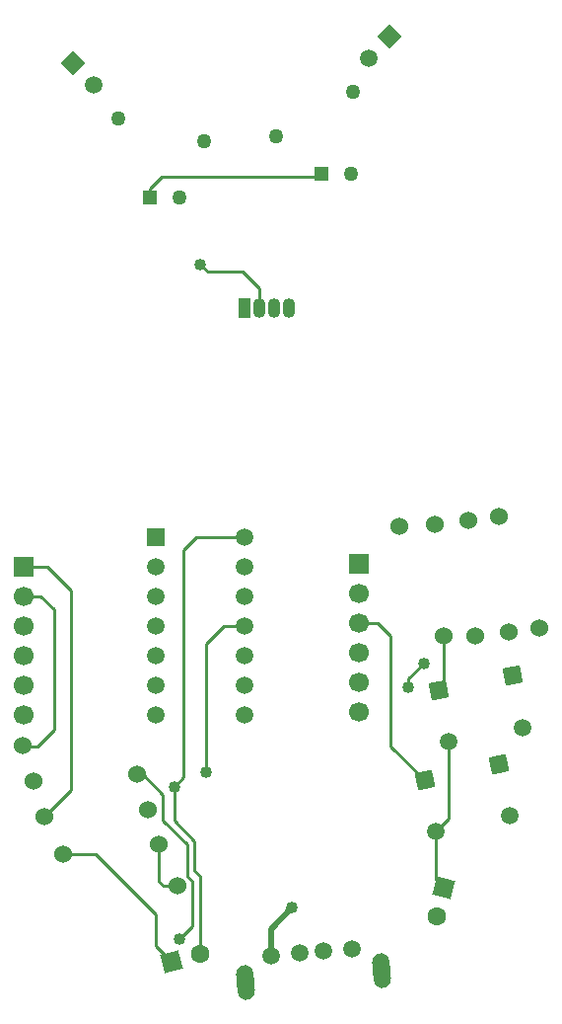
<source format=gbr>
G04 DipTrace 3.0.0.2*
G04 Top.gbr*
%MOMM*%
G04 #@! TF.FileFunction,Copper,L1,Top*
G04 #@! TF.Part,Single*
%AMOUTLINE0*5,1,4,0,0,2.26276,30.00054*%
%AMOUTLINE3*5,1,4,0,0,2.26276,-30.00054*%
%AMOUTLINE6*5,1,4,0,0,2.12133,-90.0*%
%AMOUTLINE9*5,1,4,0,0,2.12133,-180.0*%
%AMOUTLINE12*5,1,4,0,0,2.12129,-124.13655*%
%AMOUTLINE15*5,1,4,0,0,2.12134,-123.01836*%
%AMOUTLINE18*
4,1,16,
-0.68573,-0.80917,
-0.58493,-1.12737,
-0.35607,-1.37033,
-0.04443,-1.4899,
0.2882,-1.46243,
0.576,-1.29337,
0.76193,-1.01617,
0.80917,-0.68573,
0.68573,0.80917,
0.58493,1.12737,
0.35607,1.37033,
0.04443,1.4899,
-0.2882,1.46243,
-0.576,1.29337,
-0.76193,1.01617,
-0.80917,0.68573,
-0.68573,-0.80917,
0*%
G04 #@! TA.AperFunction,Conductor*
%ADD13C,0.254*%
%ADD14C,0.508*%
G04 #@! TA.AperFunction,ComponentPad*
%ADD17C,1.6*%
%ADD18C,1.27*%
%ADD19R,1.27X1.27*%
%ADD20O,1.05X1.7*%
%ADD21R,1.05X1.7*%
%ADD22C,1.5*%
%ADD23R,1.7X1.7*%
%ADD24C,1.7*%
%ADD25C,1.27*%
%ADD26C,1.524*%
%ADD27C,1.524*%
%ADD29C,1.5*%
%ADD30R,1.5X1.5*%
G04 #@! TA.AperFunction,ViaPad*
%ADD34C,1.016*%
G04 #@! TA.AperFunction,ComponentPad*
%ADD88OUTLINE0*%
%ADD91OUTLINE3*%
%ADD94OUTLINE6*%
%ADD97OUTLINE9*%
%ADD100OUTLINE12*%
%ADD103OUTLINE15*%
%ADD106OUTLINE18*%
%FSLAX35Y35*%
G04*
G71*
G90*
G75*
G01*
G04 Top*
%LPD*%
X4634727Y3833570D2*
D13*
Y3912893D1*
X4765193Y4043360D1*
X4939587Y4276027D2*
Y3857105D1*
X4894054Y3811573D1*
X4208653Y4390273D2*
X4368463D1*
X4482297Y4276440D1*
Y3330143D1*
X4775747Y3036693D1*
X3225560Y4360747D2*
X3048577D1*
X2895217Y4207387D1*
Y3111913D1*
X4978868Y3369639D2*
X4911130D1*
X4869163Y2596497D2*
Y2186943D1*
X4942047Y2114060D1*
X1669893Y2408407D2*
X1947897D1*
X2466637Y1889667D1*
Y1618043D1*
X2599173Y1485507D1*
X3355400Y7090623D2*
Y7254997D1*
X3212683Y7397713D1*
X2911090D1*
X2847597Y7461207D1*
X4978868Y3369639D2*
Y2706201D1*
X4869163Y2596497D1*
X4911130Y2638463D2*
X4869163Y2596497D1*
X2411323Y8031483D2*
Y8108853D1*
X2515630Y8213160D1*
X3862597D1*
X3885237Y8235800D1*
X3225560Y5122747D2*
X2810770D1*
X2704737Y5016713D1*
Y3064293D1*
X2625370Y2984927D1*
Y2995720D1*
X3455607Y1535763D2*
D14*
Y1765500D1*
X3638187Y1948080D1*
X2625370Y2984927D2*
D13*
Y2691050D1*
X2796900Y2519520D1*
Y2265547D1*
X2844520Y2217927D1*
Y1551247D1*
X2495307Y2487773D2*
Y2170307D1*
X2530027Y2135587D1*
X2648580D1*
X1332883Y4873297D2*
X1530667D1*
X1736463Y4667500D1*
Y2955337D1*
X1507793Y2726667D1*
X1332883Y4619297D2*
X1474917D1*
X1590527Y4503687D1*
Y3471920D1*
X1447667Y3329060D1*
X1327580D1*
X1319180Y3337460D1*
X2304827Y3090960D2*
X2352447D1*
X2527053Y2916353D1*
Y2694127D1*
X2733407Y2487773D1*
Y2217927D1*
X2781027Y2170307D1*
Y1789347D1*
X2669913Y1678233D1*
D34*
X4634727Y3833570D3*
X4765193Y4043360D3*
X2895217Y3111913D3*
X2847597Y7461207D3*
X2625370Y2984927D3*
X3638187Y1948080D3*
X2669913Y1678233D3*
D17*
X4876307Y1868713D3*
D88*
X4942047Y2114060D3*
D17*
X2844520Y1551247D3*
D91*
X2599173Y1485507D3*
D18*
X2665323Y8031483D3*
D19*
X2411323D3*
D18*
X4139237Y8235800D3*
D19*
X3885237D3*
D20*
X3609400Y7090623D3*
X3355400D3*
D21*
X3228400D3*
D20*
X3482400D3*
D94*
X1753827Y9183070D3*
D22*
X1933433Y9003463D3*
D97*
X4471873Y9412100D3*
D22*
X4292267Y9232493D3*
D23*
X4208653Y4898273D3*
D24*
Y4644273D3*
Y4390273D3*
Y4136273D3*
Y3882273D3*
Y3628273D3*
D23*
X1332883Y4873297D3*
D24*
Y4619297D3*
Y4365297D3*
Y4111297D3*
Y3857297D3*
Y3603297D3*
D18*
X2879717Y8515007D3*
D25*
X2143683Y8712227D3*
D18*
X3502743Y8557823D3*
D25*
X4162657Y8938823D3*
D26*
X2400067Y2789367D3*
D27*
X1413620Y3032640D3*
D26*
X4558840Y5217987D3*
D27*
X4939587Y4276027D3*
D26*
X1669893Y2408407D3*
D27*
X2648580Y2135587D3*
D26*
X2495307Y2487773D3*
D27*
X1507793Y2726667D3*
D26*
X2304827Y3090960D3*
D27*
X1319180Y3337460D3*
D26*
X5416000Y5297353D3*
D27*
X5763493Y4342627D3*
D26*
X5146153Y5265607D3*
D27*
X5493647Y4310880D3*
D26*
X4860433Y5233860D3*
D27*
X5207927Y4279133D3*
D100*
X4894054Y3811573D3*
D29*
X4978868Y3369639D3*
X5617218Y3492149D3*
D100*
X5532404Y3934083D3*
D103*
X4775747Y3036693D3*
D29*
X4869163Y2596497D3*
X5505003Y2731437D3*
D103*
X5411583Y3171633D3*
D30*
X2463560Y5122747D3*
D22*
Y4868747D3*
Y4614747D3*
Y4360747D3*
Y4106747D3*
Y3852747D3*
Y3598747D3*
X3225560D3*
Y3852747D3*
Y4106747D3*
Y4360747D3*
Y4614747D3*
Y4868747D3*
Y5122747D3*
X3704757Y1556334D3*
X3904080Y1572794D3*
X4153230Y1593364D3*
X3455607Y1535764D3*
D106*
X3238683Y1307138D3*
X4404713Y1403414D3*
M02*

</source>
